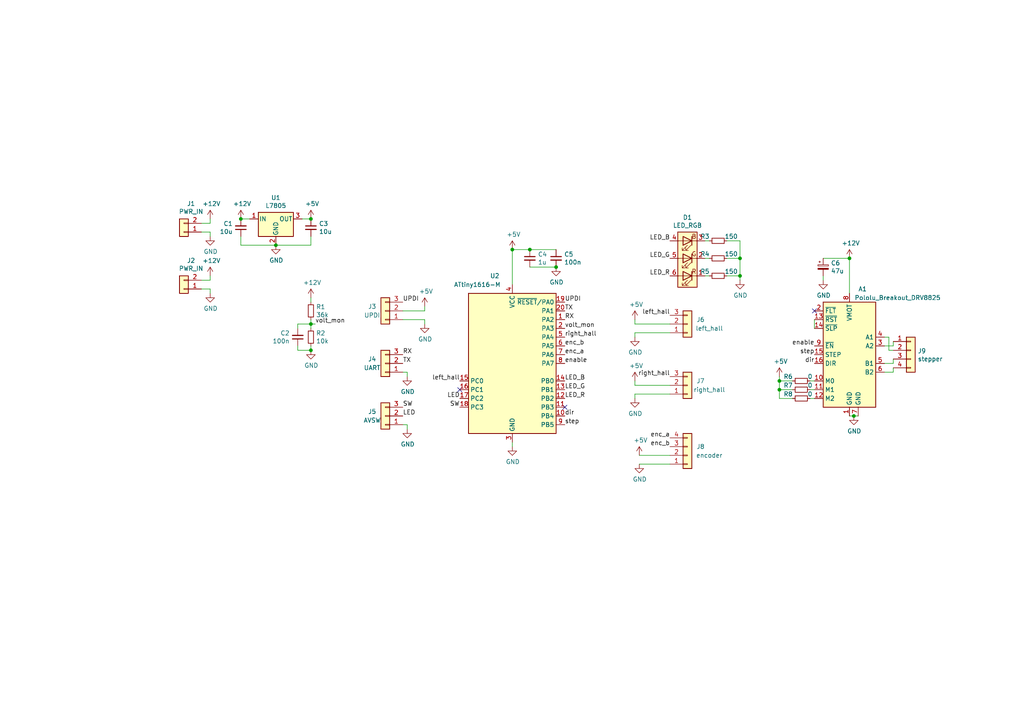
<source format=kicad_sch>
(kicad_sch (version 20230121) (generator eeschema)
  (paper "A4")
  (lib_symbols
    (symbol "Connector_Generic:Conn_01x02" (pin_names (offset 1.016) hide)
      (property "Reference" "J" (at 0 2.54 0))
      (property "Value" "Conn_01x02" (at 0 -5.08 0))
      (symbol "Conn_01x02_1_1"
        (rectangle (start -1.27 -2.413) (end 0 -2.667) (stroke (width 0.1524)))
        (rectangle (start -1.27 0.127) (end 0 -0.127) (stroke (width 0.1524)))
        (rectangle (start -1.27 1.27) (end 1.27 -3.81) (stroke (width 0.254)) (fill (type background)))
        (pin passive line (at -5.08 0 0) (length 3.81) (name "Pin_1") (number "1"))
        (pin passive line (at -5.08 -2.54 0) (length 3.81) (name "Pin_2") (number "2"))
      )
    )
    (symbol "Connector_Generic:Conn_01x03" (pin_names (offset 1.016) hide)
      (property "Reference" "J" (at 0 5.08 0))
      (property "Value" "Conn_01x03" (at 0 -5.08 0))
      (symbol "Conn_01x03_1_1"
        (rectangle (start -1.27 -2.413) (end 0 -2.667) (stroke (width 0.1524)))
        (rectangle (start -1.27 0.127) (end 0 -0.127) (stroke (width 0.1524)))
        (rectangle (start -1.27 2.667) (end 0 2.413) (stroke (width 0.1524)))
        (rectangle (start -1.27 3.81) (end 1.27 -3.81) (stroke (width 0.254)) (fill (type background)))
        (pin passive line (at -5.08 2.54 0) (length 3.81) (name "Pin_1") (number "1"))
        (pin passive line (at -5.08 0 0) (length 3.81) (name "Pin_2") (number "2"))
        (pin passive line (at -5.08 -2.54 0) (length 3.81) (name "Pin_3") (number "3"))
      )
    )
    (symbol "Connector_Generic:Conn_01x04" (pin_names (offset 1.016) hide)
      (property "Reference" "J" (at 0 5.08 0))
      (property "Value" "Conn_01x04" (at 0 -7.62 0))
      (symbol "Conn_01x04_1_1"
        (rectangle (start -1.27 -4.953) (end 0 -5.207) (stroke (width 0.1524)))
        (rectangle (start -1.27 -2.413) (end 0 -2.667) (stroke (width 0.1524)))
        (rectangle (start -1.27 0.127) (end 0 -0.127) (stroke (width 0.1524)))
        (rectangle (start -1.27 2.667) (end 0 2.413) (stroke (width 0.1524)))
        (rectangle (start -1.27 3.81) (end 1.27 -6.35) (stroke (width 0.254)) (fill (type background)))
        (pin passive line (at -5.08 2.54 0) (length 3.81) (name "Pin_1") (number "1"))
        (pin passive line (at -5.08 0 0) (length 3.81) (name "Pin_2") (number "2"))
        (pin passive line (at -5.08 -2.54 0) (length 3.81) (name "Pin_3") (number "3"))
        (pin passive line (at -5.08 -5.08 0) (length 3.81) (name "Pin_4") (number "4"))
      )
    )
    (symbol "Device:C_Polarized_Small" (pin_numbers hide) (pin_names (offset 0.254) hide)
      (property "Reference" "C" (at 0.254 1.778 0))
      (property "Value" "C_Polarized_Small" (at 0.254 -2.032 0))
      (symbol "C_Polarized_Small_0_1"
        (rectangle (start -1.524 -0.3048) (end 1.524 -0.6858) (fill (type outline)))
        (rectangle (start -1.524 0.6858) (end 1.524 0.3048))
        (polyline (pts (xy -1.27 1.524) (xy -0.762 1.524)))
        (polyline (pts (xy -1.016 1.27) (xy -1.016 1.778)))
      )
      (symbol "C_Polarized_Small_1_1"
        (pin passive line (at 0 2.54 270) (length 1.8542) (name "~") (number "1"))
        (pin passive line (at 0 -2.54 90) (length 1.8542) (name "~") (number "2"))
      )
    )
    (symbol "Device:C_Small" (pin_numbers hide) (pin_names (offset 0.254) hide)
      (property "Reference" "C" (at 0.254 1.778 0))
      (property "Value" "C_Small" (at 0.254 -2.032 0))
      (symbol "C_Small_0_1"
        (polyline (pts (xy -1.524 -0.508) (xy 1.524 -0.508)) (stroke (width 0.3302)))
        (polyline (pts (xy -1.524 0.508) (xy 1.524 0.508)) (stroke (width 0.3048)))
      )
      (symbol "C_Small_1_1"
        (pin passive line (at 0 2.54 270) (length 2.032) (name "~") (number "1"))
        (pin passive line (at 0 -2.54 90) (length 2.032) (name "~") (number "2"))
      )
    )
    (symbol "Device:LED_RGB" (pin_names (offset 0) hide)
      (property "Reference" "D" (at 0 9.398 0))
      (property "Value" "LED_RGB" (at 0 -8.89 0))
      (symbol "LED_RGB_0_0"
        (text "B" (at -1.905 -6.35 0) (effects (font (size 1.27 1.27))))
        (text "G" (at -1.905 -1.27 0) (effects (font (size 1.27 1.27))))
        (text "R" (at -1.905 3.81 0) (effects (font (size 1.27 1.27))))
      )
      (symbol "LED_RGB_0_1"
        (polyline (pts (xy -1.27 -5.08) (xy -2.54 -5.08)))
        (polyline (pts (xy -1.27 -5.08) (xy 1.27 -5.08)))
        (polyline (pts (xy -1.27 -3.81) (xy -1.27 -6.35)) (stroke (width 0.254)))
        (polyline (pts (xy -1.27 0) (xy -2.54 0)))
        (polyline (pts (xy -1.27 1.27) (xy -1.27 -1.27)) (stroke (width 0.254)))
        (polyline (pts (xy -1.27 5.08) (xy -2.54 5.08)))
        (polyline (pts (xy -1.27 5.08) (xy 1.27 5.08)))
        (polyline (pts (xy -1.27 6.35) (xy -1.27 3.81)) (stroke (width 0.254)))
        (polyline (pts (xy 1.27 -5.08) (xy 2.54 -5.08)))
        (polyline (pts (xy 1.27 0) (xy -1.27 0)))
        (polyline (pts (xy 1.27 0) (xy 2.54 0)))
        (polyline (pts (xy 1.27 5.08) (xy 2.54 5.08)))
        (polyline (pts (xy -1.27 1.27) (xy -1.27 -1.27) (xy -1.27 -1.27)))
        (polyline (pts (xy -1.27 6.35) (xy -1.27 3.81) (xy -1.27 3.81)))
        (polyline (pts (xy 1.27 -3.81) (xy 1.27 -6.35) (xy -1.27 -5.08) (xy 1.27 -3.81)) (stroke (width 0.254)))
        (polyline (pts (xy 1.27 1.27) (xy 1.27 -1.27) (xy -1.27 0) (xy 1.27 1.27)) (stroke (width 0.254)))
        (polyline (pts (xy 1.27 6.35) (xy 1.27 3.81) (xy -1.27 5.08) (xy 1.27 6.35)) (stroke (width 0.254)))
        (polyline (pts (xy -1.016 -3.81) (xy 0.508 -2.286) (xy -0.254 -2.286) (xy 0.508 -2.286) (xy 0.508 -3.048)))
        (polyline (pts (xy -1.016 1.27) (xy 0.508 2.794) (xy -0.254 2.794) (xy 0.508 2.794) (xy 0.508 2.032)))
        (polyline (pts (xy -1.016 6.35) (xy 0.508 7.874) (xy -0.254 7.874) (xy 0.508 7.874) (xy 0.508 7.112)))
        (polyline (pts (xy 0 -3.81) (xy 1.524 -2.286) (xy 0.762 -2.286) (xy 1.524 -2.286) (xy 1.524 -3.048)))
        (polyline (pts (xy 0 1.27) (xy 1.524 2.794) (xy 0.762 2.794) (xy 1.524 2.794) (xy 1.524 2.032)))
        (polyline (pts (xy 0 6.35) (xy 1.524 7.874) (xy 0.762 7.874) (xy 1.524 7.874) (xy 1.524 7.112)))
        (rectangle (start 1.27 -1.27) (end 1.27 1.27))
        (rectangle (start 1.27 1.27) (end 1.27 1.27))
        (rectangle (start 1.27 3.81) (end 1.27 6.35))
        (rectangle (start 1.27 6.35) (end 1.27 6.35))
        (rectangle (start 2.794 8.382) (end -2.794 -7.62) (stroke (width 0.254)) (fill (type background)))
      )
      (symbol "LED_RGB_1_1"
        (pin passive line (at -5.08 5.08 0) (length 2.54) (name "RK") (number "1"))
        (pin passive line (at -5.08 0 0) (length 2.54) (name "GK") (number "2"))
        (pin passive line (at -5.08 -5.08 0) (length 2.54) (name "BK") (number "3"))
        (pin passive line (at 5.08 -5.08 180) (length 2.54) (name "BA") (number "4"))
        (pin passive line (at 5.08 0 180) (length 2.54) (name "GA") (number "5"))
        (pin passive line (at 5.08 5.08 180) (length 2.54) (name "RA") (number "6"))
      )
    )
    (symbol "Device:R_Small" (pin_numbers hide) (pin_names (offset 0.254) hide)
      (property "Reference" "R" (at 0.762 0.508 0))
      (property "Value" "R_Small" (at 0.762 -1.016 0))
      (symbol "R_Small_0_1"
        (rectangle (start -0.762 1.778) (end 0.762 -1.778) (stroke (width 0.2032)))
      )
      (symbol "R_Small_1_1"
        (pin passive line (at 0 2.54 270) (length 0.762) (name "~") (number "1"))
        (pin passive line (at 0 -2.54 90) (length 0.762) (name "~") (number "2"))
      )
    )
    (symbol "Driver_Motor:Pololu_Breakout_DRV8825"
      (property "Reference" "A" (at -2.54 16.51 0))
      (property "Value" "Pololu_Breakout_DRV8825" (at -2.54 13.97 0))
      (symbol "Pololu_Breakout_DRV8825_0_1"
        (rectangle (start 7.62 -17.78) (end -7.62 12.7) (stroke (width 0.254)) (fill (type background)))
      )
      (symbol "Pololu_Breakout_DRV8825_1_1"
        (pin power_in line (at 0 -20.32 90) (length 2.54) (name "GND") (number "1"))
        (pin input line (at -10.16 -10.16 0) (length 2.54) (name "M0") (number "10"))
        (pin input line (at -10.16 -12.7 0) (length 2.54) (name "M1") (number "11"))
        (pin input line (at -10.16 -15.24 0) (length 2.54) (name "M2") (number "12"))
        (pin input line (at -10.16 7.62 0) (length 2.54) (name "~{RST}") (number "13"))
        (pin input line (at -10.16 5.08 0) (length 2.54) (name "~{SLP}") (number "14"))
        (pin input line (at -10.16 -2.54 0) (length 2.54) (name "STEP") (number "15"))
        (pin input line (at -10.16 -5.08 0) (length 2.54) (name "DIR") (number "16"))
        (pin output line (at -10.16 10.16 0) (length 2.54) (name "~{FLT}") (number "2"))
        (pin output line (at 10.16 0 180) (length 2.54) (name "A2") (number "3"))
        (pin output line (at 10.16 2.54 180) (length 2.54) (name "A1") (number "4"))
        (pin output line (at 10.16 -5.08 180) (length 2.54) (name "B1") (number "5"))
        (pin output line (at 10.16 -7.62 180) (length 2.54) (name "B2") (number "6"))
        (pin power_in line (at 2.54 -20.32 90) (length 2.54) (name "GND") (number "7"))
        (pin power_in line (at 0 15.24 270) (length 2.54) (name "VMOT") (number "8"))
        (pin input line (at -10.16 0 0) (length 2.54) (name "~{EN}") (number "9"))
      )
    )
    (symbol "MCU_Microchip_ATtiny:ATtiny1616-M"
      (property "Reference" "U" (at -12.7 21.59 0))
      (property "Value" "ATtiny1616-M" (at 2.54 -21.59 0))
      (symbol "ATtiny1616-M_0_1"
        (rectangle (start -12.7 -20.32) (end 12.7 20.32) (stroke (width 0.254)) (fill (type background)))
      )
      (symbol "ATtiny1616-M_1_1"
        (pin bidirectional line (at 15.24 12.7 180) (length 2.54) (name "PA2") (number "1"))
        (pin bidirectional line (at 15.24 -15.24 180) (length 2.54) (name "PB4") (number "10"))
        (pin bidirectional line (at 15.24 -12.7 180) (length 2.54) (name "PB3") (number "11"))
        (pin bidirectional line (at 15.24 -10.16 180) (length 2.54) (name "PB2") (number "12"))
        (pin bidirectional line (at 15.24 -7.62 180) (length 2.54) (name "PB1") (number "13"))
        (pin bidirectional line (at 15.24 -5.08 180) (length 2.54) (name "PB0") (number "14"))
        (pin bidirectional line (at -15.24 -5.08 0) (length 2.54) (name "PC0") (number "15"))
        (pin bidirectional line (at -15.24 -7.62 0) (length 2.54) (name "PC1") (number "16"))
        (pin bidirectional line (at -15.24 -10.16 0) (length 2.54) (name "PC2") (number "17"))
        (pin bidirectional line (at -15.24 -12.7 0) (length 2.54) (name "PC3") (number "18"))
        (pin bidirectional line (at 15.24 17.78 180) (length 2.54) (name "~{RESET}/PA0") (number "19"))
        (pin bidirectional line (at 15.24 10.16 180) (length 2.54) (name "PA3") (number "2"))
        (pin bidirectional line (at 15.24 15.24 180) (length 2.54) (name "PA1") (number "20"))
        (pin passive line (at 0 -22.86 90) (length 2.54) hide (name "GND") (number "21"))
        (pin power_in line (at 0 -22.86 90) (length 2.54) (name "GND") (number "3"))
        (pin power_in line (at 0 22.86 270) (length 2.54) (name "VCC") (number "4"))
        (pin bidirectional line (at 15.24 7.62 180) (length 2.54) (name "PA4") (number "5"))
        (pin bidirectional line (at 15.24 5.08 180) (length 2.54) (name "PA5") (number "6"))
        (pin bidirectional line (at 15.24 2.54 180) (length 2.54) (name "PA6") (number "7"))
        (pin bidirectional line (at 15.24 0 180) (length 2.54) (name "PA7") (number "8"))
        (pin bidirectional line (at 15.24 -17.78 180) (length 2.54) (name "PB5") (number "9"))
      )
    )
    (symbol "Regulator_Linear:L7805" (pin_names (offset 0.254))
      (property "Reference" "U" (at -3.81 3.175 0))
      (property "Value" "L7805" (at 0 3.175 0))
      (symbol "L7805_0_1"
        (rectangle (start -5.08 1.905) (end 5.08 -5.08) (stroke (width 0.254)) (fill (type background)))
      )
      (symbol "L7805_1_1"
        (pin power_in line (at -7.62 0 0) (length 2.54) (name "IN") (number "1"))
        (pin power_in line (at 0 -7.62 90) (length 2.54) (name "GND") (number "2"))
        (pin power_out line (at 7.62 0 180) (length 2.54) (name "OUT") (number "3"))
      )
    )
    (symbol "power:+12V" (power) (pin_names (offset 0))
      (property "Value" "+12V" (at 0 3.556 0))
      (symbol "+12V_0_1"
        (polyline (pts (xy -0.762 1.27) (xy 0 2.54)))
        (polyline (pts (xy 0 0) (xy 0 2.54)))
        (polyline (pts (xy 0 2.54) (xy 0.762 1.27)))
      )
      (symbol "+12V_1_1"
        (pin power_in line (at 0 0 90) (length 0) hide (name "+12V") (number "1"))
      )
    )
    (symbol "power:+5V" (power) (pin_names (offset 0))
      (property "Value" "+5V" (at 0 3.556 0))
      (symbol "+5V_0_1"
        (polyline (pts (xy -0.762 1.27) (xy 0 2.54)))
        (polyline (pts (xy 0 0) (xy 0 2.54)))
        (polyline (pts (xy 0 2.54) (xy 0.762 1.27)))
      )
      (symbol "+5V_1_1"
        (pin power_in line (at 0 0 90) (length 0) hide (name "+5V") (number "1"))
      )
    )
    (symbol "power:GND" (power) (pin_names (offset 0))
      (property "Value" "GND" (at 0 -3.81 0))
      (symbol "GND_0_1"
        (polyline (pts (xy 0 0) (xy 0 -1.27) (xy 1.27 -1.27) (xy 0 -2.54) (xy -1.27 -1.27) (xy 0 -1.27)))
      )
      (symbol "GND_1_1"
        (pin power_in line (at 0 0 270) (length 0) hide (name "GND") (number "1"))
      )
    )
  )
  (junction (at 226.06 113.03))
  (junction (at 90.17 101.6))
  (junction (at 247.65 120.65))
  (junction (at 153.67 72.39))
  (junction (at 226.06 110.49))
  (junction (at 214.63 80.01))
  (junction (at 90.17 93.98))
  (junction (at 214.63 74.93))
  (junction (at 161.29 77.47))
  (junction (at 69.85 63.5))
  (junction (at 148.59 72.39))
  (junction (at 80.01 71.12))
  (junction (at 90.17 63.5))
  (junction (at 246.38 74.93))
  (no_connect (at 133.35 113.03))
  (no_connect (at 236.22 90.17))
  (no_connect (at 163.83 118.11))
  (wire (pts (xy 185.42 134.62) (xy 194.31 134.62)))
  (wire (pts (xy 153.67 72.39) (xy 148.59 72.39)))
  (wire (pts (xy 257.81 101.6) (xy 259.08 101.6)))
  (wire (pts (xy 116.84 90.17) (xy 123.19 90.17)))
  (wire (pts (xy 148.59 129.54) (xy 148.59 128.27)))
  (wire (pts (xy 91.44 93.98) (xy 90.17 93.98)))
  (wire (pts (xy 116.84 107.95) (xy 118.11 107.95)))
  (wire (pts (xy 123.19 93.98) (xy 123.19 92.71)))
  (wire (pts (xy 184.15 96.52) (xy 194.31 96.52)))
  (wire (pts (xy 226.06 113.03) (xy 226.06 110.49)))
  (wire (pts (xy 69.85 63.5) (xy 72.39 63.5)))
  (wire (pts (xy 58.42 64.77) (xy 60.96 64.77)))
  (wire (pts (xy 236.22 95.25) (xy 236.22 92.71)))
  (wire (pts (xy 204.47 74.93) (xy 205.74 74.93)))
  (wire (pts (xy 194.31 111.76) (xy 184.15 111.76)))
  (wire (pts (xy 58.42 81.28) (xy 60.96 81.28)))
  (wire (pts (xy 229.87 110.49) (xy 226.06 110.49)))
  (wire (pts (xy 90.17 93.98) (xy 90.17 95.25)))
  (wire (pts (xy 257.81 97.79) (xy 257.81 101.6)))
  (wire (pts (xy 60.96 64.77) (xy 60.96 63.5)))
  (wire (pts (xy 259.08 107.95) (xy 259.08 106.68)))
  (wire (pts (xy 60.96 83.82) (xy 60.96 85.09)))
  (wire (pts (xy 118.11 123.19) (xy 118.11 124.46)))
  (wire (pts (xy 214.63 69.85) (xy 214.63 74.93)))
  (wire (pts (xy 86.36 100.33) (xy 86.36 101.6)))
  (wire (pts (xy 184.15 114.3) (xy 194.31 114.3)))
  (wire (pts (xy 246.38 74.93) (xy 246.38 85.09)))
  (wire (pts (xy 184.15 96.52) (xy 184.15 97.79)))
  (wire (pts (xy 259.08 100.33) (xy 259.08 99.06)))
  (wire (pts (xy 210.82 74.93) (xy 214.63 74.93)))
  (wire (pts (xy 87.63 63.5) (xy 90.17 63.5)))
  (wire (pts (xy 256.54 105.41) (xy 259.08 105.41)))
  (wire (pts (xy 153.67 77.47) (xy 161.29 77.47)))
  (wire (pts (xy 214.63 74.93) (xy 214.63 80.01)))
  (wire (pts (xy 58.42 83.82) (xy 60.96 83.82)))
  (wire (pts (xy 256.54 107.95) (xy 259.08 107.95)))
  (wire (pts (xy 184.15 93.98) (xy 194.31 93.98)))
  (wire (pts (xy 234.95 115.57) (xy 236.22 115.57)))
  (wire (pts (xy 90.17 92.71) (xy 90.17 93.98)))
  (wire (pts (xy 69.85 68.58) (xy 69.85 71.12)))
  (wire (pts (xy 116.84 92.71) (xy 123.19 92.71)))
  (wire (pts (xy 148.59 72.39) (xy 148.59 82.55)))
  (wire (pts (xy 256.54 97.79) (xy 257.81 97.79)))
  (wire (pts (xy 184.15 92.71) (xy 184.15 93.98)))
  (wire (pts (xy 246.38 120.65) (xy 247.65 120.65)))
  (wire (pts (xy 204.47 80.01) (xy 205.74 80.01)))
  (wire (pts (xy 86.36 101.6) (xy 90.17 101.6)))
  (wire (pts (xy 226.06 110.49) (xy 226.06 109.22)))
  (wire (pts (xy 161.29 72.39) (xy 153.67 72.39)))
  (wire (pts (xy 256.54 100.33) (xy 259.08 100.33)))
  (wire (pts (xy 234.95 113.03) (xy 236.22 113.03)))
  (wire (pts (xy 86.36 95.25) (xy 86.36 93.98)))
  (wire (pts (xy 247.65 120.65) (xy 248.92 120.65)))
  (wire (pts (xy 210.82 80.01) (xy 214.63 80.01)))
  (wire (pts (xy 118.11 107.95) (xy 118.11 109.22)))
  (wire (pts (xy 58.42 67.31) (xy 60.96 67.31)))
  (wire (pts (xy 116.84 123.19) (xy 118.11 123.19)))
  (wire (pts (xy 123.19 90.17) (xy 123.19 88.9)))
  (wire (pts (xy 229.87 115.57) (xy 226.06 115.57)))
  (wire (pts (xy 184.15 111.76) (xy 184.15 110.49)))
  (wire (pts (xy 238.76 80.01) (xy 238.76 81.28)))
  (wire (pts (xy 185.42 132.08) (xy 194.31 132.08)))
  (wire (pts (xy 184.15 115.57) (xy 184.15 114.3)))
  (wire (pts (xy 214.63 80.01) (xy 214.63 81.28)))
  (wire (pts (xy 60.96 67.31) (xy 60.96 68.58)))
  (wire (pts (xy 234.95 110.49) (xy 236.22 110.49)))
  (wire (pts (xy 226.06 115.57) (xy 226.06 113.03)))
  (wire (pts (xy 86.36 93.98) (xy 90.17 93.98)))
  (wire (pts (xy 90.17 101.6) (xy 90.17 100.33)))
  (wire (pts (xy 90.17 86.36) (xy 90.17 87.63)))
  (wire (pts (xy 204.47 69.85) (xy 205.74 69.85)))
  (wire (pts (xy 259.08 105.41) (xy 259.08 104.14)))
  (wire (pts (xy 229.87 113.03) (xy 226.06 113.03)))
  (wire (pts (xy 60.96 81.28) (xy 60.96 80.01)))
  (wire (pts (xy 210.82 69.85) (xy 214.63 69.85)))
  (wire (pts (xy 90.17 71.12) (xy 90.17 68.58)))
  (wire (pts (xy 69.85 71.12) (xy 80.01 71.12)))
  (wire (pts (xy 246.38 74.93) (xy 238.76 74.93)))
  (wire (pts (xy 80.01 71.12) (xy 90.17 71.12)))
  (label "enable" (at 236.22 100.33 180))
  (label "left_hall" (at 133.35 110.49 180))
  (label "LED_B" (at 194.31 69.85 180))
  (label "TX" (at 163.83 90.17 0))
  (label "enable" (at 163.83 105.41 0))
  (label "right_hall" (at 163.83 97.79 0))
  (label "RX" (at 163.83 92.71 0))
  (label "right_hall" (at 194.31 109.22 180))
  (label "enc_a" (at 163.83 102.87 0))
  (label "step" (at 163.83 123.19 0))
  (label "SW" (at 133.35 118.11 180))
  (label "RX" (at 116.84 102.87 0))
  (label "LED_G" (at 194.31 74.93 180))
  (label "UPDI" (at 116.84 87.63 0))
  (label "UPDI" (at 163.83 87.63 0))
  (label "SW" (at 116.84 118.11 0))
  (label "volt_mon" (at 91.44 93.98 0))
  (label "LED_B" (at 163.83 110.49 0))
  (label "enc_b" (at 163.83 100.33 0))
  (label "LED_G" (at 163.83 113.03 0))
  (label "enc_b" (at 194.31 129.54 180))
  (label "left_hall" (at 194.31 91.44 180))
  (label "dir" (at 163.83 120.65 0))
  (label "TX" (at 116.84 105.41 0))
  (label "dir" (at 236.22 105.41 180))
  (label "LED" (at 133.35 115.57 180))
  (label "enc_a" (at 194.31 127 180))
  (label "volt_mon" (at 163.83 95.25 0))
  (label "LED" (at 116.84 120.65 0))
  (label "step" (at 236.22 102.87 180))
  (label "LED_R" (at 194.31 80.01 180))
  (label "LED_R" (at 163.83 115.57 0))
  (symbol (lib_id "Regulator_Linear:L7805") (at 80.01 63.5 0) (unit 1)
    (property "Reference" "U1" (at 80.01 57.3532 0))
    (property "Value" "L7805" (at 80.01 59.6646 0))
    (property "Footprint" "Package_TO_SOT_SMD:TO-252-2" (effects hide))
    (property "Datasheet" "http://www.st.com/content/ccc/resource/technical/document/datasheet/41/4f/b3/b0/12/d4/47/88/CD00000444.pdf/files/CD00000444.pdf/jcr:content/translations/en.CD00000444.pdf" (effects hide))
  )
  (symbol (lib_id "Device:C_Small") (at 90.17 66.04 0) (unit 1)
    (property "Reference" "C3" (at 92.5068 64.8716 0) (effects (justify left)))
    (property "Value" "10u" (at 92.5068 67.183 0) (effects (justify left)))
    (property "Footprint" "Capacitor_SMD:C_0805_2012Metric" (effects hide))
  )
  (symbol (lib_id "Device:C_Small") (at 69.85 66.04 0) (mirror x) (unit 1)
    (property "Reference" "C1" (at 67.5132 64.8716 0) (effects (justify right)))
    (property "Value" "10u" (at 67.5132 67.183 0) (effects (justify right)))
    (property "Footprint" "Capacitor_SMD:C_0805_2012Metric" (effects hide))
  )
  (symbol (lib_id "power:GND") (at 80.01 71.12 0) (unit 1)
    (property "Reference" "#PWR0101" (effects hide))
    (property "Value" "GND" (at 80.137 75.5142 0))
  )
  (symbol (lib_id "power:+12V") (at 69.85 63.5 0) (unit 1)
    (property "Reference" "#PWR0102" (effects hide))
    (property "Value" "+12V" (at 70.231 59.1058 0))
  )
  (symbol (lib_id "power:+5V") (at 90.17 63.5 0) (unit 1)
    (property "Reference" "#PWR0103" (effects hide))
    (property "Value" "+5V" (at 90.551 59.1058 0))
  )
  (symbol (lib_id "Connector_Generic:Conn_01x02") (at 53.34 67.31 180) (unit 1)
    (property "Reference" "J1" (at 55.4228 59.055 0))
    (property "Value" "PWR_IN" (at 55.4228 61.3664 0))
    (property "Footprint" "Connector_JST:JST_GH_SM02B-GHS-TB_1x02-1MP_P1.25mm_Horizontal" (effects hide))
  )
  (symbol (lib_id "Connector_Generic:Conn_01x02") (at 53.34 83.82 180) (unit 1)
    (property "Reference" "J2" (at 55.4228 75.565 0))
    (property "Value" "PWR_IN" (at 55.4228 77.8764 0))
    (property "Footprint" "Connector_JST:JST_GH_SM02B-GHS-TB_1x02-1MP_P1.25mm_Horizontal" (effects hide))
  )
  (symbol (lib_id "power:+12V") (at 60.96 63.5 0) (unit 1)
    (property "Reference" "#PWR0104" (effects hide))
    (property "Value" "+12V" (at 61.341 59.1058 0))
  )
  (symbol (lib_id "power:+12V") (at 60.96 80.01 0) (unit 1)
    (property "Reference" "#PWR0105" (effects hide))
    (property "Value" "+12V" (at 61.341 75.6158 0))
  )
  (symbol (lib_id "power:GND") (at 60.96 68.58 0) (unit 1)
    (property "Reference" "#PWR0106" (effects hide))
    (property "Value" "GND" (at 61.087 72.9742 0))
  )
  (symbol (lib_id "power:GND") (at 60.96 85.09 0) (unit 1)
    (property "Reference" "#PWR0107" (effects hide))
    (property "Value" "GND" (at 61.087 89.4842 0))
  )
  (symbol (lib_id "MCU_Microchip_ATtiny:ATtiny1616-M") (at 148.59 105.41 0) (unit 1)
    (property "Reference" "U2" (at 143.51 80.01 0))
    (property "Value" "ATtiny1616-M" (at 138.43 82.55 0))
    (property "Footprint" "Package_DFN_QFN:VQFN-20-1EP_3x3mm_P0.4mm_EP1.7x1.7mm" (effects hide))
    (property "Datasheet" "http://ww1.microchip.com/downloads/en/DeviceDoc/ATtiny3216_ATtiny1616-data-sheet-40001997B.pdf" (effects hide))
  )
  (symbol (lib_id "power:GND") (at 148.59 129.54 0) (unit 1)
    (property "Reference" "#PWR0108" (effects hide))
    (property "Value" "GND" (at 148.717 133.9342 0))
  )
  (symbol (lib_id "Device:C_Small") (at 153.67 74.93 0) (unit 1)
    (property "Reference" "C4" (at 156.0068 73.7616 0) (effects (justify left)))
    (property "Value" "1u" (at 156.0068 76.073 0) (effects (justify left)))
    (property "Footprint" "Capacitor_SMD:C_0603_1608Metric" (effects hide))
  )
  (symbol (lib_id "Device:C_Small") (at 161.29 74.93 0) (unit 1)
    (property "Reference" "C5" (at 163.6268 73.7616 0) (effects (justify left)))
    (property "Value" "100n" (at 163.6268 76.073 0) (effects (justify left)))
    (property "Footprint" "Capacitor_SMD:C_0603_1608Metric" (effects hide))
  )
  (symbol (lib_id "power:GND") (at 161.29 77.47 0) (unit 1)
    (property "Reference" "#PWR0109" (effects hide))
    (property "Value" "GND" (at 161.417 81.8642 0))
  )
  (symbol (lib_id "power:+5V") (at 148.59 72.39 0) (unit 1)
    (property "Reference" "#PWR0110" (effects hide))
    (property "Value" "+5V" (at 148.971 67.9958 0))
  )
  (symbol (lib_id "Connector_Generic:Conn_01x03") (at 111.76 90.17 180) (unit 1)
    (property "Reference" "J3" (at 107.95 88.9 0))
    (property "Value" "UPDI" (at 107.95 91.44 0))
    (property "Footprint" "Connector_JST:JST_GH_SM03B-GHS-TB_1x03-1MP_P1.25mm_Horizontal" (effects hide))
  )
  (symbol (lib_id "power:GND") (at 123.19 93.98 0) (unit 1)
    (property "Reference" "#PWR0111" (effects hide))
    (property "Value" "GND" (at 123.317 98.3742 0))
  )
  (symbol (lib_id "power:+5V") (at 123.19 88.9 0) (unit 1)
    (property "Reference" "#PWR0112" (effects hide))
    (property "Value" "+5V" (at 123.571 84.5058 0))
  )
  (symbol (lib_id "Connector_Generic:Conn_01x03") (at 111.76 105.41 180) (unit 1)
    (property "Reference" "J4" (at 107.95 104.14 0))
    (property "Value" "UART" (at 107.95 106.68 0))
    (property "Footprint" "Connector_JST:JST_GH_SM03B-GHS-TB_1x03-1MP_P1.25mm_Horizontal" (effects hide))
  )
  (symbol (lib_id "power:GND") (at 118.11 109.22 0) (unit 1)
    (property "Reference" "#PWR0113" (effects hide))
    (property "Value" "GND" (at 118.237 113.6142 0))
  )
  (symbol (lib_id "Connector_Generic:Conn_01x03") (at 111.76 120.65 180) (unit 1)
    (property "Reference" "J5" (at 107.95 119.38 0))
    (property "Value" "AVSW" (at 107.95 121.92 0))
    (property "Footprint" "Connector_JST:JST_GH_SM03B-GHS-TB_1x03-1MP_P1.25mm_Horizontal" (effects hide))
  )
  (symbol (lib_id "power:GND") (at 118.11 124.46 0) (unit 1)
    (property "Reference" "#PWR0114" (effects hide))
    (property "Value" "GND" (at 118.237 128.8542 0))
  )
  (symbol (lib_id "Device:LED_RGB") (at 199.39 74.93 180) (unit 1)
    (property "Reference" "D1" (at 199.39 63.0682 0))
    (property "Value" "LED_RGB" (at 199.39 65.3796 0))
    (property "Footprint" "LED_SMD:LED_RGB_5050-6" (effects hide))
  )
  (symbol (lib_id "Device:R_Small") (at 208.28 80.01 270) (unit 1)
    (property "Reference" "R5" (at 204.47 78.74 90))
    (property "Value" "150" (at 212.09 78.74 90))
    (property "Footprint" "Resistor_SMD:R_0603_1608Metric" (effects hide))
  )
  (symbol (lib_id "Device:R_Small") (at 208.28 74.93 270) (unit 1)
    (property "Reference" "R4" (at 204.47 73.66 90))
    (property "Value" "150" (at 212.09 73.66 90))
    (property "Footprint" "Resistor_SMD:R_0603_1608Metric" (effects hide))
  )
  (symbol (lib_id "Device:R_Small") (at 208.28 69.85 270) (unit 1)
    (property "Reference" "R3" (at 204.47 68.58 90))
    (property "Value" "150" (at 212.09 68.58 90))
    (property "Footprint" "Resistor_SMD:R_0603_1608Metric" (effects hide))
  )
  (symbol (lib_id "power:GND") (at 214.63 81.28 0) (unit 1)
    (property "Reference" "#PWR0115" (effects hide))
    (property "Value" "GND" (at 214.757 85.6742 0))
  )
  (symbol (lib_id "Connector_Generic:Conn_01x03") (at 199.39 93.98 0) (mirror x) (unit 1)
    (property "Reference" "J6" (at 203.2 92.71 0))
    (property "Value" "left_hall" (at 205.74 95.25 0))
    (property "Footprint" "Connector_JST:JST_GH_SM03B-GHS-TB_1x03-1MP_P1.25mm_Horizontal" (effects hide))
  )
  (symbol (lib_id "Connector_Generic:Conn_01x03") (at 199.39 111.76 0) (mirror x) (unit 1)
    (property "Reference" "J7" (at 203.2 110.49 0))
    (property "Value" "right_hall" (at 205.74 113.03 0))
    (property "Footprint" "Connector_JST:JST_GH_SM03B-GHS-TB_1x03-1MP_P1.25mm_Horizontal" (effects hide))
  )
  (symbol (lib_id "power:+5V") (at 184.15 92.71 0) (unit 1)
    (property "Reference" "#PWR0116" (effects hide))
    (property "Value" "+5V" (at 184.531 88.3158 0))
  )
  (symbol (lib_id "power:GND") (at 184.15 97.79 0) (unit 1)
    (property "Reference" "#PWR0117" (effects hide))
    (property "Value" "GND" (at 184.277 102.1842 0))
  )
  (symbol (lib_id "power:GND") (at 184.15 115.57 0) (unit 1)
    (property "Reference" "#PWR0118" (effects hide))
    (property "Value" "GND" (at 184.277 119.9642 0))
  )
  (symbol (lib_id "power:+5V") (at 184.15 110.49 0) (unit 1)
    (property "Reference" "#PWR0119" (effects hide))
    (property "Value" "+5V" (at 184.531 106.0958 0))
  )
  (symbol (lib_id "Connector_Generic:Conn_01x04") (at 199.39 132.08 0) (mirror x) (unit 1)
    (property "Reference" "J8" (at 203.2 129.54 0))
    (property "Value" "encoder" (at 205.74 132.08 0))
    (property "Footprint" "Connector_JST:JST_GH_SM04B-GHS-TB_1x04-1MP_P1.25mm_Horizontal" (effects hide))
  )
  (symbol (lib_id "power:GND") (at 185.42 134.62 0) (unit 1)
    (property "Reference" "#PWR0120" (effects hide))
    (property "Value" "GND" (at 185.547 139.0142 0))
  )
  (symbol (lib_id "power:+5V") (at 185.42 132.08 0) (unit 1)
    (property "Reference" "#PWR0121" (effects hide))
    (property "Value" "+5V" (at 185.801 127.6858 0))
  )
  (symbol (lib_id "Device:R_Small") (at 90.17 90.17 0) (unit 1)
    (property "Reference" "R1" (at 91.6686 89.0016 0) (effects (justify left)))
    (property "Value" "36k" (at 91.6686 91.313 0) (effects (justify left)))
    (property "Footprint" "Resistor_SMD:R_0603_1608Metric" (effects hide))
  )
  (symbol (lib_id "Device:R_Small") (at 90.17 97.79 0) (unit 1)
    (property "Reference" "R2" (at 91.6686 96.6216 0) (effects (justify left)))
    (property "Value" "10k" (at 91.6686 98.933 0) (effects (justify left)))
    (property "Footprint" "Resistor_SMD:R_0603_1608Metric" (effects hide))
  )
  (symbol (lib_id "power:+12V") (at 90.17 86.36 0) (unit 1)
    (property "Reference" "#PWR0122" (effects hide))
    (property "Value" "+12V" (at 90.551 81.9658 0))
  )
  (symbol (lib_id "power:GND") (at 90.17 101.6 0) (unit 1)
    (property "Reference" "#PWR0123" (effects hide))
    (property "Value" "GND" (at 90.297 105.9942 0))
  )
  (symbol (lib_id "Device:C_Small") (at 86.36 97.79 0) (mirror x) (unit 1)
    (property "Reference" "C2" (at 84.0232 96.6216 0) (effects (justify right)))
    (property "Value" "100n" (at 84.0232 98.933 0) (effects (justify right)))
    (property "Footprint" "Capacitor_SMD:C_0603_1608Metric" (effects hide))
  )
  (symbol (lib_id "Driver_Motor:Pololu_Breakout_DRV8825") (at 246.38 100.33 0) (unit 1)
    (property "Reference" "A1" (at 250.19 83.82 0))
    (property "Value" "Pololu_Breakout_DRV8825" (at 260.35 86.36 0))
    (property "Footprint" "Module:Pololu_Breakout-16_15.2x20.3mm" (effects hide))
    (property "Datasheet" "https://www.pololu.com/product/2982" (effects hide))
  )
  (symbol (lib_id "Connector_Generic:Conn_01x04") (at 264.16 101.6 0) (unit 1)
    (property "Reference" "J9" (at 266.192 101.8032 0) (effects (justify left)))
    (property "Value" "stepper" (at 266.192 104.1146 0) (effects (justify left)))
    (property "Footprint" "Connector_JST:JST_GH_SM04B-GHS-TB_1x04-1MP_P1.25mm_Horizontal" (effects hide))
  )
  (symbol (lib_id "power:GND") (at 247.65 120.65 0) (unit 1)
    (property "Reference" "#PWR04" (effects hide))
    (property "Value" "GND" (at 247.777 125.0442 0))
  )
  (symbol (lib_id "Device:C_Polarized_Small") (at 238.76 77.47 0) (unit 1)
    (property "Reference" "C6" (at 240.9952 76.3016 0) (effects (justify left)))
    (property "Value" "47u" (at 240.9952 78.613 0) (effects (justify left)))
    (property "Footprint" "Capacitor_SMD:CP_Elec_6.3x5.4" (effects hide))
  )
  (symbol (lib_id "power:GND") (at 238.76 81.28 0) (unit 1)
    (property "Reference" "#PWR02" (effects hide))
    (property "Value" "GND" (at 238.887 85.6742 0))
  )
  (symbol (lib_id "power:+12V") (at 246.38 74.93 0) (unit 1)
    (property "Reference" "#PWR03" (effects hide))
    (property "Value" "+12V" (at 246.761 70.5358 0))
  )
  (symbol (lib_id "Device:R_Small") (at 232.41 110.49 270) (unit 1)
    (property "Reference" "R6" (at 228.6 109.22 90))
    (property "Value" "0" (at 234.95 109.22 90))
    (property "Footprint" "Resistor_SMD:R_0603_1608Metric" (effects hide))
  )
  (symbol (lib_id "Device:R_Small") (at 232.41 113.03 270) (unit 1)
    (property "Reference" "R7" (at 228.6 111.76 90))
    (property "Value" "0" (at 234.95 111.76 90))
    (property "Footprint" "Resistor_SMD:R_0603_1608Metric" (effects hide))
  )
  (symbol (lib_id "Device:R_Small") (at 232.41 115.57 270) (unit 1)
    (property "Reference" "R8" (at 228.6 114.3 90))
    (property "Value" "0" (at 234.95 114.3 90))
    (property "Footprint" "Resistor_SMD:R_0603_1608Metric" (effects hide))
  )
  (symbol (lib_id "power:+5V") (at 226.06 109.22 0) (unit 1)
    (property "Reference" "#PWR01" (effects hide))
    (property "Value" "+5V" (at 226.441 104.8258 0))
  )
)
</source>
